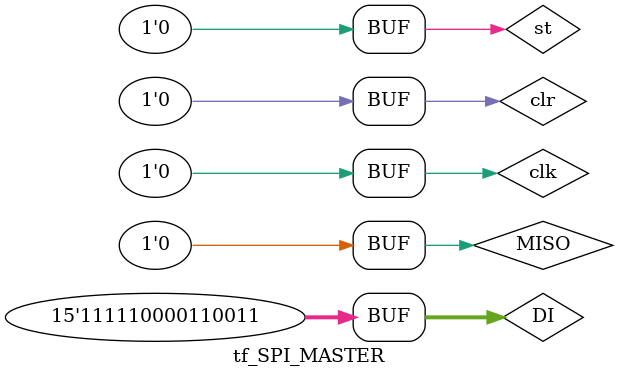
<source format=v>
`timescale 1ns / 1ps

module tf_SPI_MASTER;

	// Inputs
	reg st;
	reg clk;
	reg MISO;
	reg clr;
	reg [14:0] DI;

	// Outputs
	wire LOAD;
	wire SCLK;
	wire MOSI;
	wire ce;
	wire ce_tact;
	wire [7:0] cb_bit;
	wire [14:0] sr_MTX;
	wire [14:0] sr_MRX;
	wire [14:0] DO;

	// Instantiate the Unit Under Test (UUT)
	SPI_MASTER uut (
		.st(st), 
		.LOAD(LOAD), 
		.clk(clk), 
		.SCLK(SCLK), 
		.MISO(MISO), 
		.MOSI(MOSI), 
		.clr(clr), 
		.ce(ce), 
		.DI(DI), 
		.ce_tact(ce_tact), 
		.cb_bit(cb_bit), 
		.sr_MTX(sr_MTX), 
		.sr_MRX(sr_MRX), 
		.DO(DO)
	);

	always begin #10; clk = 1; #10; clk = 0; end

	initial begin
		// Initialize Inputs
		st = 0;
		MISO = 1;
		clr = 0;
		DI = 15'b111110000110011;

		// Wait 100 ns for global reset to finish
		#100;
      st = 1;
		#20;
		st = 0;
		
		#60000;
		MISO = 0;
		st = 1;
		#20;
		st = 0;
		// Add stimulus here

	end
      
endmodule


</source>
